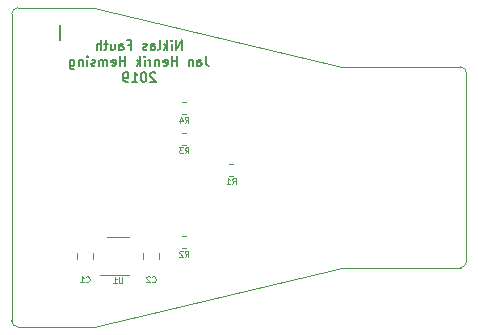
<source format=gbo>
G04 #@! TF.GenerationSoftware,KiCad,Pcbnew,5.1.4+dfsg1-1*
G04 #@! TF.CreationDate,2019-12-02T03:44:51+01:00*
G04 #@! TF.ProjectId,JlinkBreakout,4a6c696e-6b42-4726-9561-6b6f75742e6b,rev?*
G04 #@! TF.SameCoordinates,Original*
G04 #@! TF.FileFunction,Legend,Bot*
G04 #@! TF.FilePolarity,Positive*
%FSLAX46Y46*%
G04 Gerber Fmt 4.6, Leading zero omitted, Abs format (unit mm)*
G04 Created by KiCad (PCBNEW 5.1.4+dfsg1-1) date 2019-12-02 03:44:51*
%MOMM*%
%LPD*%
G04 APERTURE LIST*
%ADD10C,0.150000*%
%ADD11C,0.050000*%
%ADD12C,0.120000*%
%ADD13C,0.100000*%
G04 APERTURE END LIST*
D10*
X72400000Y-36561904D02*
X72400000Y-35761904D01*
X71942857Y-36561904D01*
X71942857Y-35761904D01*
X71561904Y-36561904D02*
X71561904Y-36028571D01*
X71561904Y-35761904D02*
X71600000Y-35800000D01*
X71561904Y-35838095D01*
X71523809Y-35800000D01*
X71561904Y-35761904D01*
X71561904Y-35838095D01*
X71180952Y-36561904D02*
X71180952Y-35761904D01*
X71104761Y-36257142D02*
X70876190Y-36561904D01*
X70876190Y-36028571D02*
X71180952Y-36333333D01*
X70419047Y-36561904D02*
X70495238Y-36523809D01*
X70533333Y-36447619D01*
X70533333Y-35761904D01*
X69771428Y-36561904D02*
X69771428Y-36142857D01*
X69809523Y-36066666D01*
X69885714Y-36028571D01*
X70038095Y-36028571D01*
X70114285Y-36066666D01*
X69771428Y-36523809D02*
X69847619Y-36561904D01*
X70038095Y-36561904D01*
X70114285Y-36523809D01*
X70152380Y-36447619D01*
X70152380Y-36371428D01*
X70114285Y-36295238D01*
X70038095Y-36257142D01*
X69847619Y-36257142D01*
X69771428Y-36219047D01*
X69428571Y-36523809D02*
X69352380Y-36561904D01*
X69200000Y-36561904D01*
X69123809Y-36523809D01*
X69085714Y-36447619D01*
X69085714Y-36409523D01*
X69123809Y-36333333D01*
X69200000Y-36295238D01*
X69314285Y-36295238D01*
X69390476Y-36257142D01*
X69428571Y-36180952D01*
X69428571Y-36142857D01*
X69390476Y-36066666D01*
X69314285Y-36028571D01*
X69200000Y-36028571D01*
X69123809Y-36066666D01*
X67866666Y-36142857D02*
X68133333Y-36142857D01*
X68133333Y-36561904D02*
X68133333Y-35761904D01*
X67752380Y-35761904D01*
X67104761Y-36561904D02*
X67104761Y-36142857D01*
X67142857Y-36066666D01*
X67219047Y-36028571D01*
X67371428Y-36028571D01*
X67447619Y-36066666D01*
X67104761Y-36523809D02*
X67180952Y-36561904D01*
X67371428Y-36561904D01*
X67447619Y-36523809D01*
X67485714Y-36447619D01*
X67485714Y-36371428D01*
X67447619Y-36295238D01*
X67371428Y-36257142D01*
X67180952Y-36257142D01*
X67104761Y-36219047D01*
X66380952Y-36028571D02*
X66380952Y-36561904D01*
X66723809Y-36028571D02*
X66723809Y-36447619D01*
X66685714Y-36523809D01*
X66609523Y-36561904D01*
X66495238Y-36561904D01*
X66419047Y-36523809D01*
X66380952Y-36485714D01*
X66114285Y-36028571D02*
X65809523Y-36028571D01*
X66000000Y-35761904D02*
X66000000Y-36447619D01*
X65961904Y-36523809D01*
X65885714Y-36561904D01*
X65809523Y-36561904D01*
X65542857Y-36561904D02*
X65542857Y-35761904D01*
X65200000Y-36561904D02*
X65200000Y-36142857D01*
X65238095Y-36066666D01*
X65314285Y-36028571D01*
X65428571Y-36028571D01*
X65504761Y-36066666D01*
X65542857Y-36104761D01*
X74438095Y-37111904D02*
X74438095Y-37683333D01*
X74476190Y-37797619D01*
X74552380Y-37873809D01*
X74666666Y-37911904D01*
X74742857Y-37911904D01*
X73714285Y-37911904D02*
X73714285Y-37492857D01*
X73752380Y-37416666D01*
X73828571Y-37378571D01*
X73980952Y-37378571D01*
X74057142Y-37416666D01*
X73714285Y-37873809D02*
X73790476Y-37911904D01*
X73980952Y-37911904D01*
X74057142Y-37873809D01*
X74095238Y-37797619D01*
X74095238Y-37721428D01*
X74057142Y-37645238D01*
X73980952Y-37607142D01*
X73790476Y-37607142D01*
X73714285Y-37569047D01*
X73333333Y-37378571D02*
X73333333Y-37911904D01*
X73333333Y-37454761D02*
X73295238Y-37416666D01*
X73219047Y-37378571D01*
X73104761Y-37378571D01*
X73028571Y-37416666D01*
X72990476Y-37492857D01*
X72990476Y-37911904D01*
X72000000Y-37911904D02*
X72000000Y-37111904D01*
X72000000Y-37492857D02*
X71542857Y-37492857D01*
X71542857Y-37911904D02*
X71542857Y-37111904D01*
X70857142Y-37873809D02*
X70933333Y-37911904D01*
X71085714Y-37911904D01*
X71161904Y-37873809D01*
X71200000Y-37797619D01*
X71200000Y-37492857D01*
X71161904Y-37416666D01*
X71085714Y-37378571D01*
X70933333Y-37378571D01*
X70857142Y-37416666D01*
X70819047Y-37492857D01*
X70819047Y-37569047D01*
X71200000Y-37645238D01*
X70476190Y-37378571D02*
X70476190Y-37911904D01*
X70476190Y-37454761D02*
X70438095Y-37416666D01*
X70361904Y-37378571D01*
X70247619Y-37378571D01*
X70171428Y-37416666D01*
X70133333Y-37492857D01*
X70133333Y-37911904D01*
X69752380Y-37911904D02*
X69752380Y-37378571D01*
X69752380Y-37530952D02*
X69714285Y-37454761D01*
X69676190Y-37416666D01*
X69600000Y-37378571D01*
X69523809Y-37378571D01*
X69257142Y-37911904D02*
X69257142Y-37378571D01*
X69257142Y-37111904D02*
X69295238Y-37150000D01*
X69257142Y-37188095D01*
X69219047Y-37150000D01*
X69257142Y-37111904D01*
X69257142Y-37188095D01*
X68876190Y-37911904D02*
X68876190Y-37111904D01*
X68800000Y-37607142D02*
X68571428Y-37911904D01*
X68571428Y-37378571D02*
X68876190Y-37683333D01*
X67619047Y-37911904D02*
X67619047Y-37111904D01*
X67619047Y-37492857D02*
X67161904Y-37492857D01*
X67161904Y-37911904D02*
X67161904Y-37111904D01*
X66476190Y-37873809D02*
X66552380Y-37911904D01*
X66704761Y-37911904D01*
X66780952Y-37873809D01*
X66819047Y-37797619D01*
X66819047Y-37492857D01*
X66780952Y-37416666D01*
X66704761Y-37378571D01*
X66552380Y-37378571D01*
X66476190Y-37416666D01*
X66438095Y-37492857D01*
X66438095Y-37569047D01*
X66819047Y-37645238D01*
X66095238Y-37911904D02*
X66095238Y-37378571D01*
X66095238Y-37454761D02*
X66057142Y-37416666D01*
X65980952Y-37378571D01*
X65866666Y-37378571D01*
X65790476Y-37416666D01*
X65752380Y-37492857D01*
X65752380Y-37911904D01*
X65752380Y-37492857D02*
X65714285Y-37416666D01*
X65638095Y-37378571D01*
X65523809Y-37378571D01*
X65447619Y-37416666D01*
X65409523Y-37492857D01*
X65409523Y-37911904D01*
X65066666Y-37873809D02*
X64990476Y-37911904D01*
X64838095Y-37911904D01*
X64761904Y-37873809D01*
X64723809Y-37797619D01*
X64723809Y-37759523D01*
X64761904Y-37683333D01*
X64838095Y-37645238D01*
X64952380Y-37645238D01*
X65028571Y-37607142D01*
X65066666Y-37530952D01*
X65066666Y-37492857D01*
X65028571Y-37416666D01*
X64952380Y-37378571D01*
X64838095Y-37378571D01*
X64761904Y-37416666D01*
X64380952Y-37911904D02*
X64380952Y-37378571D01*
X64380952Y-37111904D02*
X64419047Y-37150000D01*
X64380952Y-37188095D01*
X64342857Y-37150000D01*
X64380952Y-37111904D01*
X64380952Y-37188095D01*
X64000000Y-37378571D02*
X64000000Y-37911904D01*
X64000000Y-37454761D02*
X63961904Y-37416666D01*
X63885714Y-37378571D01*
X63771428Y-37378571D01*
X63695238Y-37416666D01*
X63657142Y-37492857D01*
X63657142Y-37911904D01*
X62933333Y-37378571D02*
X62933333Y-38026190D01*
X62971428Y-38102380D01*
X63009523Y-38140476D01*
X63085714Y-38178571D01*
X63200000Y-38178571D01*
X63276190Y-38140476D01*
X62933333Y-37873809D02*
X63009523Y-37911904D01*
X63161904Y-37911904D01*
X63238095Y-37873809D01*
X63276190Y-37835714D01*
X63314285Y-37759523D01*
X63314285Y-37530952D01*
X63276190Y-37454761D01*
X63238095Y-37416666D01*
X63161904Y-37378571D01*
X63009523Y-37378571D01*
X62933333Y-37416666D01*
X70171428Y-38538095D02*
X70133333Y-38500000D01*
X70057142Y-38461904D01*
X69866666Y-38461904D01*
X69790476Y-38500000D01*
X69752380Y-38538095D01*
X69714285Y-38614285D01*
X69714285Y-38690476D01*
X69752380Y-38804761D01*
X70209523Y-39261904D01*
X69714285Y-39261904D01*
X69219047Y-38461904D02*
X69142857Y-38461904D01*
X69066666Y-38500000D01*
X69028571Y-38538095D01*
X68990476Y-38614285D01*
X68952380Y-38766666D01*
X68952380Y-38957142D01*
X68990476Y-39109523D01*
X69028571Y-39185714D01*
X69066666Y-39223809D01*
X69142857Y-39261904D01*
X69219047Y-39261904D01*
X69295238Y-39223809D01*
X69333333Y-39185714D01*
X69371428Y-39109523D01*
X69409523Y-38957142D01*
X69409523Y-38766666D01*
X69371428Y-38614285D01*
X69333333Y-38538095D01*
X69295238Y-38500000D01*
X69219047Y-38461904D01*
X68190476Y-39261904D02*
X68647619Y-39261904D01*
X68419047Y-39261904D02*
X68419047Y-38461904D01*
X68495238Y-38576190D01*
X68571428Y-38652380D01*
X68647619Y-38690476D01*
X67809523Y-39261904D02*
X67657142Y-39261904D01*
X67580952Y-39223809D01*
X67542857Y-39185714D01*
X67466666Y-39071428D01*
X67428571Y-38919047D01*
X67428571Y-38614285D01*
X67466666Y-38538095D01*
X67504761Y-38500000D01*
X67580952Y-38461904D01*
X67733333Y-38461904D01*
X67809523Y-38500000D01*
X67847619Y-38538095D01*
X67885714Y-38614285D01*
X67885714Y-38804761D01*
X67847619Y-38880952D01*
X67809523Y-38919047D01*
X67733333Y-38957142D01*
X67580952Y-38957142D01*
X67504761Y-38919047D01*
X67466666Y-38880952D01*
X67428571Y-38804761D01*
D11*
X58500000Y-60000000D02*
G75*
G02X58000000Y-59500000I0J500000D01*
G01*
X58000000Y-33500000D02*
G75*
G02X58500000Y-33000000I500000J0D01*
G01*
X96000000Y-38000000D02*
G75*
G02X96500000Y-38500000I0J-500000D01*
G01*
X96500000Y-54500000D02*
G75*
G02X96000000Y-55000000I-500000J0D01*
G01*
X86000000Y-38000000D02*
X65000000Y-33000000D01*
X96000000Y-38000000D02*
X86000000Y-38000000D01*
X96500000Y-54500000D02*
X96500000Y-38500000D01*
X86000000Y-55000000D02*
X96000000Y-55000000D01*
X65000000Y-60000000D02*
X86000000Y-55000000D01*
X65000000Y-33000000D02*
X58500000Y-33000000D01*
X58500000Y-60000000D02*
X65000000Y-60000000D01*
X58000000Y-33500000D02*
X58000000Y-59500000D01*
D12*
X69090000Y-54258578D02*
X69090000Y-53741422D01*
X70510000Y-54258578D02*
X70510000Y-53741422D01*
X64910000Y-54258578D02*
X64910000Y-53741422D01*
X63490000Y-54258578D02*
X63490000Y-53741422D01*
X66100000Y-52390000D02*
X67900000Y-52390000D01*
X67900000Y-55610000D02*
X65450000Y-55610000D01*
X72437221Y-40990000D02*
X72762779Y-40990000D01*
X72437221Y-42010000D02*
X72762779Y-42010000D01*
X72437221Y-44610000D02*
X72762779Y-44610000D01*
X72437221Y-43590000D02*
X72762779Y-43590000D01*
X72437221Y-52290000D02*
X72762779Y-52290000D01*
X72437221Y-53310000D02*
X72762779Y-53310000D01*
X76762779Y-46190000D02*
X76437221Y-46190000D01*
X76762779Y-47210000D02*
X76437221Y-47210000D01*
D10*
X62105000Y-34435000D02*
X62105000Y-35705000D01*
D13*
X69883333Y-56178571D02*
X69907142Y-56202380D01*
X69978571Y-56226190D01*
X70026190Y-56226190D01*
X70097619Y-56202380D01*
X70145238Y-56154761D01*
X70169047Y-56107142D01*
X70192857Y-56011904D01*
X70192857Y-55940476D01*
X70169047Y-55845238D01*
X70145238Y-55797619D01*
X70097619Y-55750000D01*
X70026190Y-55726190D01*
X69978571Y-55726190D01*
X69907142Y-55750000D01*
X69883333Y-55773809D01*
X69692857Y-55773809D02*
X69669047Y-55750000D01*
X69621428Y-55726190D01*
X69502380Y-55726190D01*
X69454761Y-55750000D01*
X69430952Y-55773809D01*
X69407142Y-55821428D01*
X69407142Y-55869047D01*
X69430952Y-55940476D01*
X69716666Y-56226190D01*
X69407142Y-56226190D01*
X64283333Y-56178571D02*
X64307142Y-56202380D01*
X64378571Y-56226190D01*
X64426190Y-56226190D01*
X64497619Y-56202380D01*
X64545238Y-56154761D01*
X64569047Y-56107142D01*
X64592857Y-56011904D01*
X64592857Y-55940476D01*
X64569047Y-55845238D01*
X64545238Y-55797619D01*
X64497619Y-55750000D01*
X64426190Y-55726190D01*
X64378571Y-55726190D01*
X64307142Y-55750000D01*
X64283333Y-55773809D01*
X63807142Y-56226190D02*
X64092857Y-56226190D01*
X63950000Y-56226190D02*
X63950000Y-55726190D01*
X63997619Y-55797619D01*
X64045238Y-55845238D01*
X64092857Y-55869047D01*
X67380952Y-55826190D02*
X67380952Y-56230952D01*
X67357142Y-56278571D01*
X67333333Y-56302380D01*
X67285714Y-56326190D01*
X67190476Y-56326190D01*
X67142857Y-56302380D01*
X67119047Y-56278571D01*
X67095238Y-56230952D01*
X67095238Y-55826190D01*
X66595238Y-56326190D02*
X66880952Y-56326190D01*
X66738095Y-56326190D02*
X66738095Y-55826190D01*
X66785714Y-55897619D01*
X66833333Y-55945238D01*
X66880952Y-55969047D01*
X72683333Y-42726190D02*
X72850000Y-42488095D01*
X72969047Y-42726190D02*
X72969047Y-42226190D01*
X72778571Y-42226190D01*
X72730952Y-42250000D01*
X72707142Y-42273809D01*
X72683333Y-42321428D01*
X72683333Y-42392857D01*
X72707142Y-42440476D01*
X72730952Y-42464285D01*
X72778571Y-42488095D01*
X72969047Y-42488095D01*
X72254761Y-42392857D02*
X72254761Y-42726190D01*
X72373809Y-42202380D02*
X72492857Y-42559523D01*
X72183333Y-42559523D01*
X72683333Y-45326190D02*
X72850000Y-45088095D01*
X72969047Y-45326190D02*
X72969047Y-44826190D01*
X72778571Y-44826190D01*
X72730952Y-44850000D01*
X72707142Y-44873809D01*
X72683333Y-44921428D01*
X72683333Y-44992857D01*
X72707142Y-45040476D01*
X72730952Y-45064285D01*
X72778571Y-45088095D01*
X72969047Y-45088095D01*
X72516666Y-44826190D02*
X72207142Y-44826190D01*
X72373809Y-45016666D01*
X72302380Y-45016666D01*
X72254761Y-45040476D01*
X72230952Y-45064285D01*
X72207142Y-45111904D01*
X72207142Y-45230952D01*
X72230952Y-45278571D01*
X72254761Y-45302380D01*
X72302380Y-45326190D01*
X72445238Y-45326190D01*
X72492857Y-45302380D01*
X72516666Y-45278571D01*
X72683333Y-54076190D02*
X72850000Y-53838095D01*
X72969047Y-54076190D02*
X72969047Y-53576190D01*
X72778571Y-53576190D01*
X72730952Y-53600000D01*
X72707142Y-53623809D01*
X72683333Y-53671428D01*
X72683333Y-53742857D01*
X72707142Y-53790476D01*
X72730952Y-53814285D01*
X72778571Y-53838095D01*
X72969047Y-53838095D01*
X72492857Y-53623809D02*
X72469047Y-53600000D01*
X72421428Y-53576190D01*
X72302380Y-53576190D01*
X72254761Y-53600000D01*
X72230952Y-53623809D01*
X72207142Y-53671428D01*
X72207142Y-53719047D01*
X72230952Y-53790476D01*
X72516666Y-54076190D01*
X72207142Y-54076190D01*
X76683333Y-47926190D02*
X76850000Y-47688095D01*
X76969047Y-47926190D02*
X76969047Y-47426190D01*
X76778571Y-47426190D01*
X76730952Y-47450000D01*
X76707142Y-47473809D01*
X76683333Y-47521428D01*
X76683333Y-47592857D01*
X76707142Y-47640476D01*
X76730952Y-47664285D01*
X76778571Y-47688095D01*
X76969047Y-47688095D01*
X76207142Y-47926190D02*
X76492857Y-47926190D01*
X76350000Y-47926190D02*
X76350000Y-47426190D01*
X76397619Y-47497619D01*
X76445238Y-47545238D01*
X76492857Y-47569047D01*
M02*

</source>
